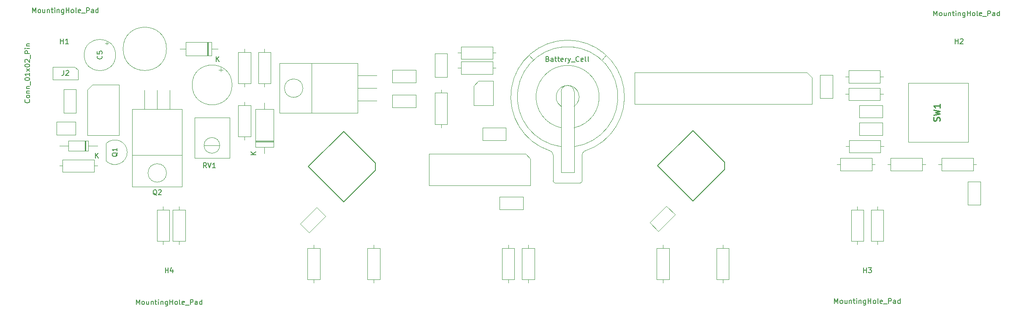
<source format=gbr>
%TF.GenerationSoftware,KiCad,Pcbnew,8.0.4+1*%
%TF.CreationDate,2024-10-13T16:33:14+00:00*%
%TF.ProjectId,nixie,6e697869-652e-46b6-9963-61645f706362,v1.1*%
%TF.SameCoordinates,Original*%
%TF.FileFunction,AssemblyDrawing,Top*%
%FSLAX46Y46*%
G04 Gerber Fmt 4.6, Leading zero omitted, Abs format (unit mm)*
G04 Created by KiCad (PCBNEW 8.0.4+1) date 2024-10-13 16:33:14*
%MOMM*%
%LPD*%
G01*
G04 APERTURE LIST*
%ADD10C,0.150000*%
%ADD11C,0.254000*%
%ADD12C,0.100000*%
G04 APERTURE END LIST*
D10*
X104474761Y-90404819D02*
X104141428Y-89928628D01*
X103903333Y-90404819D02*
X103903333Y-89404819D01*
X103903333Y-89404819D02*
X104284285Y-89404819D01*
X104284285Y-89404819D02*
X104379523Y-89452438D01*
X104379523Y-89452438D02*
X104427142Y-89500057D01*
X104427142Y-89500057D02*
X104474761Y-89595295D01*
X104474761Y-89595295D02*
X104474761Y-89738152D01*
X104474761Y-89738152D02*
X104427142Y-89833390D01*
X104427142Y-89833390D02*
X104379523Y-89881009D01*
X104379523Y-89881009D02*
X104284285Y-89928628D01*
X104284285Y-89928628D02*
X103903333Y-89928628D01*
X104760476Y-89404819D02*
X105093809Y-90404819D01*
X105093809Y-90404819D02*
X105427142Y-89404819D01*
X106284285Y-90404819D02*
X105712857Y-90404819D01*
X105998571Y-90404819D02*
X105998571Y-89404819D01*
X105998571Y-89404819D02*
X105903333Y-89547676D01*
X105903333Y-89547676D02*
X105808095Y-89642914D01*
X105808095Y-89642914D02*
X105712857Y-89690533D01*
X114374819Y-87761904D02*
X113374819Y-87761904D01*
X114374819Y-87190476D02*
X113803390Y-87619047D01*
X113374819Y-87190476D02*
X113946247Y-87761904D01*
X83479580Y-67916666D02*
X83527200Y-67964285D01*
X83527200Y-67964285D02*
X83574819Y-68107142D01*
X83574819Y-68107142D02*
X83574819Y-68202380D01*
X83574819Y-68202380D02*
X83527200Y-68345237D01*
X83527200Y-68345237D02*
X83431961Y-68440475D01*
X83431961Y-68440475D02*
X83336723Y-68488094D01*
X83336723Y-68488094D02*
X83146247Y-68535713D01*
X83146247Y-68535713D02*
X83003390Y-68535713D01*
X83003390Y-68535713D02*
X82812914Y-68488094D01*
X82812914Y-68488094D02*
X82717676Y-68440475D01*
X82717676Y-68440475D02*
X82622438Y-68345237D01*
X82622438Y-68345237D02*
X82574819Y-68202380D01*
X82574819Y-68202380D02*
X82574819Y-68107142D01*
X82574819Y-68107142D02*
X82622438Y-67964285D01*
X82622438Y-67964285D02*
X82670057Y-67916666D01*
X82574819Y-67011904D02*
X82574819Y-67488094D01*
X82574819Y-67488094D02*
X83051009Y-67535713D01*
X83051009Y-67535713D02*
X83003390Y-67488094D01*
X83003390Y-67488094D02*
X82955771Y-67392856D01*
X82955771Y-67392856D02*
X82955771Y-67154761D01*
X82955771Y-67154761D02*
X83003390Y-67059523D01*
X83003390Y-67059523D02*
X83051009Y-67011904D01*
X83051009Y-67011904D02*
X83146247Y-66964285D01*
X83146247Y-66964285D02*
X83384342Y-66964285D01*
X83384342Y-66964285D02*
X83479580Y-67011904D01*
X83479580Y-67011904D02*
X83527200Y-67059523D01*
X83527200Y-67059523D02*
X83574819Y-67154761D01*
X83574819Y-67154761D02*
X83574819Y-67392856D01*
X83574819Y-67392856D02*
X83527200Y-67488094D01*
X83527200Y-67488094D02*
X83479580Y-67535713D01*
X172895236Y-68531009D02*
X173038093Y-68578628D01*
X173038093Y-68578628D02*
X173085712Y-68626247D01*
X173085712Y-68626247D02*
X173133331Y-68721485D01*
X173133331Y-68721485D02*
X173133331Y-68864342D01*
X173133331Y-68864342D02*
X173085712Y-68959580D01*
X173085712Y-68959580D02*
X173038093Y-69007200D01*
X173038093Y-69007200D02*
X172942855Y-69054819D01*
X172942855Y-69054819D02*
X172561903Y-69054819D01*
X172561903Y-69054819D02*
X172561903Y-68054819D01*
X172561903Y-68054819D02*
X172895236Y-68054819D01*
X172895236Y-68054819D02*
X172990474Y-68102438D01*
X172990474Y-68102438D02*
X173038093Y-68150057D01*
X173038093Y-68150057D02*
X173085712Y-68245295D01*
X173085712Y-68245295D02*
X173085712Y-68340533D01*
X173085712Y-68340533D02*
X173038093Y-68435771D01*
X173038093Y-68435771D02*
X172990474Y-68483390D01*
X172990474Y-68483390D02*
X172895236Y-68531009D01*
X172895236Y-68531009D02*
X172561903Y-68531009D01*
X173990474Y-69054819D02*
X173990474Y-68531009D01*
X173990474Y-68531009D02*
X173942855Y-68435771D01*
X173942855Y-68435771D02*
X173847617Y-68388152D01*
X173847617Y-68388152D02*
X173657141Y-68388152D01*
X173657141Y-68388152D02*
X173561903Y-68435771D01*
X173990474Y-69007200D02*
X173895236Y-69054819D01*
X173895236Y-69054819D02*
X173657141Y-69054819D01*
X173657141Y-69054819D02*
X173561903Y-69007200D01*
X173561903Y-69007200D02*
X173514284Y-68911961D01*
X173514284Y-68911961D02*
X173514284Y-68816723D01*
X173514284Y-68816723D02*
X173561903Y-68721485D01*
X173561903Y-68721485D02*
X173657141Y-68673866D01*
X173657141Y-68673866D02*
X173895236Y-68673866D01*
X173895236Y-68673866D02*
X173990474Y-68626247D01*
X174323808Y-68388152D02*
X174704760Y-68388152D01*
X174466665Y-68054819D02*
X174466665Y-68911961D01*
X174466665Y-68911961D02*
X174514284Y-69007200D01*
X174514284Y-69007200D02*
X174609522Y-69054819D01*
X174609522Y-69054819D02*
X174704760Y-69054819D01*
X174895237Y-68388152D02*
X175276189Y-68388152D01*
X175038094Y-68054819D02*
X175038094Y-68911961D01*
X175038094Y-68911961D02*
X175085713Y-69007200D01*
X175085713Y-69007200D02*
X175180951Y-69054819D01*
X175180951Y-69054819D02*
X175276189Y-69054819D01*
X175990475Y-69007200D02*
X175895237Y-69054819D01*
X175895237Y-69054819D02*
X175704761Y-69054819D01*
X175704761Y-69054819D02*
X175609523Y-69007200D01*
X175609523Y-69007200D02*
X175561904Y-68911961D01*
X175561904Y-68911961D02*
X175561904Y-68531009D01*
X175561904Y-68531009D02*
X175609523Y-68435771D01*
X175609523Y-68435771D02*
X175704761Y-68388152D01*
X175704761Y-68388152D02*
X175895237Y-68388152D01*
X175895237Y-68388152D02*
X175990475Y-68435771D01*
X175990475Y-68435771D02*
X176038094Y-68531009D01*
X176038094Y-68531009D02*
X176038094Y-68626247D01*
X176038094Y-68626247D02*
X175561904Y-68721485D01*
X176466666Y-69054819D02*
X176466666Y-68388152D01*
X176466666Y-68578628D02*
X176514285Y-68483390D01*
X176514285Y-68483390D02*
X176561904Y-68435771D01*
X176561904Y-68435771D02*
X176657142Y-68388152D01*
X176657142Y-68388152D02*
X176752380Y-68388152D01*
X176990476Y-68388152D02*
X177228571Y-69054819D01*
X177466666Y-68388152D02*
X177228571Y-69054819D01*
X177228571Y-69054819D02*
X177133333Y-69292914D01*
X177133333Y-69292914D02*
X177085714Y-69340533D01*
X177085714Y-69340533D02*
X176990476Y-69388152D01*
X177609524Y-69150057D02*
X178371428Y-69150057D01*
X179180952Y-68959580D02*
X179133333Y-69007200D01*
X179133333Y-69007200D02*
X178990476Y-69054819D01*
X178990476Y-69054819D02*
X178895238Y-69054819D01*
X178895238Y-69054819D02*
X178752381Y-69007200D01*
X178752381Y-69007200D02*
X178657143Y-68911961D01*
X178657143Y-68911961D02*
X178609524Y-68816723D01*
X178609524Y-68816723D02*
X178561905Y-68626247D01*
X178561905Y-68626247D02*
X178561905Y-68483390D01*
X178561905Y-68483390D02*
X178609524Y-68292914D01*
X178609524Y-68292914D02*
X178657143Y-68197676D01*
X178657143Y-68197676D02*
X178752381Y-68102438D01*
X178752381Y-68102438D02*
X178895238Y-68054819D01*
X178895238Y-68054819D02*
X178990476Y-68054819D01*
X178990476Y-68054819D02*
X179133333Y-68102438D01*
X179133333Y-68102438D02*
X179180952Y-68150057D01*
X179990476Y-69007200D02*
X179895238Y-69054819D01*
X179895238Y-69054819D02*
X179704762Y-69054819D01*
X179704762Y-69054819D02*
X179609524Y-69007200D01*
X179609524Y-69007200D02*
X179561905Y-68911961D01*
X179561905Y-68911961D02*
X179561905Y-68531009D01*
X179561905Y-68531009D02*
X179609524Y-68435771D01*
X179609524Y-68435771D02*
X179704762Y-68388152D01*
X179704762Y-68388152D02*
X179895238Y-68388152D01*
X179895238Y-68388152D02*
X179990476Y-68435771D01*
X179990476Y-68435771D02*
X180038095Y-68531009D01*
X180038095Y-68531009D02*
X180038095Y-68626247D01*
X180038095Y-68626247D02*
X179561905Y-68721485D01*
X180609524Y-69054819D02*
X180514286Y-69007200D01*
X180514286Y-69007200D02*
X180466667Y-68911961D01*
X180466667Y-68911961D02*
X180466667Y-68054819D01*
X181133334Y-69054819D02*
X181038096Y-69007200D01*
X181038096Y-69007200D02*
X180990477Y-68911961D01*
X180990477Y-68911961D02*
X180990477Y-68054819D01*
X86670057Y-87365238D02*
X86622438Y-87460476D01*
X86622438Y-87460476D02*
X86527200Y-87555714D01*
X86527200Y-87555714D02*
X86384342Y-87698571D01*
X86384342Y-87698571D02*
X86336723Y-87793809D01*
X86336723Y-87793809D02*
X86336723Y-87889047D01*
X86574819Y-87841428D02*
X86527200Y-87936666D01*
X86527200Y-87936666D02*
X86431961Y-88031904D01*
X86431961Y-88031904D02*
X86241485Y-88079523D01*
X86241485Y-88079523D02*
X85908152Y-88079523D01*
X85908152Y-88079523D02*
X85717676Y-88031904D01*
X85717676Y-88031904D02*
X85622438Y-87936666D01*
X85622438Y-87936666D02*
X85574819Y-87841428D01*
X85574819Y-87841428D02*
X85574819Y-87650952D01*
X85574819Y-87650952D02*
X85622438Y-87555714D01*
X85622438Y-87555714D02*
X85717676Y-87460476D01*
X85717676Y-87460476D02*
X85908152Y-87412857D01*
X85908152Y-87412857D02*
X86241485Y-87412857D01*
X86241485Y-87412857D02*
X86431961Y-87460476D01*
X86431961Y-87460476D02*
X86527200Y-87555714D01*
X86527200Y-87555714D02*
X86574819Y-87650952D01*
X86574819Y-87650952D02*
X86574819Y-87841428D01*
X86574819Y-86460476D02*
X86574819Y-87031904D01*
X86574819Y-86746190D02*
X85574819Y-86746190D01*
X85574819Y-86746190D02*
X85717676Y-86841428D01*
X85717676Y-86841428D02*
X85812914Y-86936666D01*
X85812914Y-86936666D02*
X85860533Y-87031904D01*
X90428571Y-117854819D02*
X90428571Y-116854819D01*
X90428571Y-116854819D02*
X90761904Y-117569104D01*
X90761904Y-117569104D02*
X91095237Y-116854819D01*
X91095237Y-116854819D02*
X91095237Y-117854819D01*
X91714285Y-117854819D02*
X91619047Y-117807200D01*
X91619047Y-117807200D02*
X91571428Y-117759580D01*
X91571428Y-117759580D02*
X91523809Y-117664342D01*
X91523809Y-117664342D02*
X91523809Y-117378628D01*
X91523809Y-117378628D02*
X91571428Y-117283390D01*
X91571428Y-117283390D02*
X91619047Y-117235771D01*
X91619047Y-117235771D02*
X91714285Y-117188152D01*
X91714285Y-117188152D02*
X91857142Y-117188152D01*
X91857142Y-117188152D02*
X91952380Y-117235771D01*
X91952380Y-117235771D02*
X91999999Y-117283390D01*
X91999999Y-117283390D02*
X92047618Y-117378628D01*
X92047618Y-117378628D02*
X92047618Y-117664342D01*
X92047618Y-117664342D02*
X91999999Y-117759580D01*
X91999999Y-117759580D02*
X91952380Y-117807200D01*
X91952380Y-117807200D02*
X91857142Y-117854819D01*
X91857142Y-117854819D02*
X91714285Y-117854819D01*
X92904761Y-117188152D02*
X92904761Y-117854819D01*
X92476190Y-117188152D02*
X92476190Y-117711961D01*
X92476190Y-117711961D02*
X92523809Y-117807200D01*
X92523809Y-117807200D02*
X92619047Y-117854819D01*
X92619047Y-117854819D02*
X92761904Y-117854819D01*
X92761904Y-117854819D02*
X92857142Y-117807200D01*
X92857142Y-117807200D02*
X92904761Y-117759580D01*
X93380952Y-117188152D02*
X93380952Y-117854819D01*
X93380952Y-117283390D02*
X93428571Y-117235771D01*
X93428571Y-117235771D02*
X93523809Y-117188152D01*
X93523809Y-117188152D02*
X93666666Y-117188152D01*
X93666666Y-117188152D02*
X93761904Y-117235771D01*
X93761904Y-117235771D02*
X93809523Y-117331009D01*
X93809523Y-117331009D02*
X93809523Y-117854819D01*
X94142857Y-117188152D02*
X94523809Y-117188152D01*
X94285714Y-116854819D02*
X94285714Y-117711961D01*
X94285714Y-117711961D02*
X94333333Y-117807200D01*
X94333333Y-117807200D02*
X94428571Y-117854819D01*
X94428571Y-117854819D02*
X94523809Y-117854819D01*
X94857143Y-117854819D02*
X94857143Y-117188152D01*
X94857143Y-116854819D02*
X94809524Y-116902438D01*
X94809524Y-116902438D02*
X94857143Y-116950057D01*
X94857143Y-116950057D02*
X94904762Y-116902438D01*
X94904762Y-116902438D02*
X94857143Y-116854819D01*
X94857143Y-116854819D02*
X94857143Y-116950057D01*
X95333333Y-117188152D02*
X95333333Y-117854819D01*
X95333333Y-117283390D02*
X95380952Y-117235771D01*
X95380952Y-117235771D02*
X95476190Y-117188152D01*
X95476190Y-117188152D02*
X95619047Y-117188152D01*
X95619047Y-117188152D02*
X95714285Y-117235771D01*
X95714285Y-117235771D02*
X95761904Y-117331009D01*
X95761904Y-117331009D02*
X95761904Y-117854819D01*
X96666666Y-117188152D02*
X96666666Y-117997676D01*
X96666666Y-117997676D02*
X96619047Y-118092914D01*
X96619047Y-118092914D02*
X96571428Y-118140533D01*
X96571428Y-118140533D02*
X96476190Y-118188152D01*
X96476190Y-118188152D02*
X96333333Y-118188152D01*
X96333333Y-118188152D02*
X96238095Y-118140533D01*
X96666666Y-117807200D02*
X96571428Y-117854819D01*
X96571428Y-117854819D02*
X96380952Y-117854819D01*
X96380952Y-117854819D02*
X96285714Y-117807200D01*
X96285714Y-117807200D02*
X96238095Y-117759580D01*
X96238095Y-117759580D02*
X96190476Y-117664342D01*
X96190476Y-117664342D02*
X96190476Y-117378628D01*
X96190476Y-117378628D02*
X96238095Y-117283390D01*
X96238095Y-117283390D02*
X96285714Y-117235771D01*
X96285714Y-117235771D02*
X96380952Y-117188152D01*
X96380952Y-117188152D02*
X96571428Y-117188152D01*
X96571428Y-117188152D02*
X96666666Y-117235771D01*
X97142857Y-117854819D02*
X97142857Y-116854819D01*
X97142857Y-117331009D02*
X97714285Y-117331009D01*
X97714285Y-117854819D02*
X97714285Y-116854819D01*
X98333333Y-117854819D02*
X98238095Y-117807200D01*
X98238095Y-117807200D02*
X98190476Y-117759580D01*
X98190476Y-117759580D02*
X98142857Y-117664342D01*
X98142857Y-117664342D02*
X98142857Y-117378628D01*
X98142857Y-117378628D02*
X98190476Y-117283390D01*
X98190476Y-117283390D02*
X98238095Y-117235771D01*
X98238095Y-117235771D02*
X98333333Y-117188152D01*
X98333333Y-117188152D02*
X98476190Y-117188152D01*
X98476190Y-117188152D02*
X98571428Y-117235771D01*
X98571428Y-117235771D02*
X98619047Y-117283390D01*
X98619047Y-117283390D02*
X98666666Y-117378628D01*
X98666666Y-117378628D02*
X98666666Y-117664342D01*
X98666666Y-117664342D02*
X98619047Y-117759580D01*
X98619047Y-117759580D02*
X98571428Y-117807200D01*
X98571428Y-117807200D02*
X98476190Y-117854819D01*
X98476190Y-117854819D02*
X98333333Y-117854819D01*
X99238095Y-117854819D02*
X99142857Y-117807200D01*
X99142857Y-117807200D02*
X99095238Y-117711961D01*
X99095238Y-117711961D02*
X99095238Y-116854819D01*
X100000000Y-117807200D02*
X99904762Y-117854819D01*
X99904762Y-117854819D02*
X99714286Y-117854819D01*
X99714286Y-117854819D02*
X99619048Y-117807200D01*
X99619048Y-117807200D02*
X99571429Y-117711961D01*
X99571429Y-117711961D02*
X99571429Y-117331009D01*
X99571429Y-117331009D02*
X99619048Y-117235771D01*
X99619048Y-117235771D02*
X99714286Y-117188152D01*
X99714286Y-117188152D02*
X99904762Y-117188152D01*
X99904762Y-117188152D02*
X100000000Y-117235771D01*
X100000000Y-117235771D02*
X100047619Y-117331009D01*
X100047619Y-117331009D02*
X100047619Y-117426247D01*
X100047619Y-117426247D02*
X99571429Y-117521485D01*
X100238096Y-117950057D02*
X101000000Y-117950057D01*
X101238096Y-117854819D02*
X101238096Y-116854819D01*
X101238096Y-116854819D02*
X101619048Y-116854819D01*
X101619048Y-116854819D02*
X101714286Y-116902438D01*
X101714286Y-116902438D02*
X101761905Y-116950057D01*
X101761905Y-116950057D02*
X101809524Y-117045295D01*
X101809524Y-117045295D02*
X101809524Y-117188152D01*
X101809524Y-117188152D02*
X101761905Y-117283390D01*
X101761905Y-117283390D02*
X101714286Y-117331009D01*
X101714286Y-117331009D02*
X101619048Y-117378628D01*
X101619048Y-117378628D02*
X101238096Y-117378628D01*
X102666667Y-117854819D02*
X102666667Y-117331009D01*
X102666667Y-117331009D02*
X102619048Y-117235771D01*
X102619048Y-117235771D02*
X102523810Y-117188152D01*
X102523810Y-117188152D02*
X102333334Y-117188152D01*
X102333334Y-117188152D02*
X102238096Y-117235771D01*
X102666667Y-117807200D02*
X102571429Y-117854819D01*
X102571429Y-117854819D02*
X102333334Y-117854819D01*
X102333334Y-117854819D02*
X102238096Y-117807200D01*
X102238096Y-117807200D02*
X102190477Y-117711961D01*
X102190477Y-117711961D02*
X102190477Y-117616723D01*
X102190477Y-117616723D02*
X102238096Y-117521485D01*
X102238096Y-117521485D02*
X102333334Y-117473866D01*
X102333334Y-117473866D02*
X102571429Y-117473866D01*
X102571429Y-117473866D02*
X102666667Y-117426247D01*
X103571429Y-117854819D02*
X103571429Y-116854819D01*
X103571429Y-117807200D02*
X103476191Y-117854819D01*
X103476191Y-117854819D02*
X103285715Y-117854819D01*
X103285715Y-117854819D02*
X103190477Y-117807200D01*
X103190477Y-117807200D02*
X103142858Y-117759580D01*
X103142858Y-117759580D02*
X103095239Y-117664342D01*
X103095239Y-117664342D02*
X103095239Y-117378628D01*
X103095239Y-117378628D02*
X103142858Y-117283390D01*
X103142858Y-117283390D02*
X103190477Y-117235771D01*
X103190477Y-117235771D02*
X103285715Y-117188152D01*
X103285715Y-117188152D02*
X103476191Y-117188152D01*
X103476191Y-117188152D02*
X103571429Y-117235771D01*
X96238095Y-111454819D02*
X96238095Y-110454819D01*
X96238095Y-110931009D02*
X96809523Y-110931009D01*
X96809523Y-111454819D02*
X96809523Y-110454819D01*
X97714285Y-110788152D02*
X97714285Y-111454819D01*
X97476190Y-110407200D02*
X97238095Y-111121485D01*
X97238095Y-111121485D02*
X97857142Y-111121485D01*
X94524761Y-95900057D02*
X94429523Y-95852438D01*
X94429523Y-95852438D02*
X94334285Y-95757200D01*
X94334285Y-95757200D02*
X94191428Y-95614342D01*
X94191428Y-95614342D02*
X94096190Y-95566723D01*
X94096190Y-95566723D02*
X94000952Y-95566723D01*
X94048571Y-95804819D02*
X93953333Y-95757200D01*
X93953333Y-95757200D02*
X93858095Y-95661961D01*
X93858095Y-95661961D02*
X93810476Y-95471485D01*
X93810476Y-95471485D02*
X93810476Y-95138152D01*
X93810476Y-95138152D02*
X93858095Y-94947676D01*
X93858095Y-94947676D02*
X93953333Y-94852438D01*
X93953333Y-94852438D02*
X94048571Y-94804819D01*
X94048571Y-94804819D02*
X94239047Y-94804819D01*
X94239047Y-94804819D02*
X94334285Y-94852438D01*
X94334285Y-94852438D02*
X94429523Y-94947676D01*
X94429523Y-94947676D02*
X94477142Y-95138152D01*
X94477142Y-95138152D02*
X94477142Y-95471485D01*
X94477142Y-95471485D02*
X94429523Y-95661961D01*
X94429523Y-95661961D02*
X94334285Y-95757200D01*
X94334285Y-95757200D02*
X94239047Y-95804819D01*
X94239047Y-95804819D02*
X94048571Y-95804819D01*
X94858095Y-94900057D02*
X94905714Y-94852438D01*
X94905714Y-94852438D02*
X95000952Y-94804819D01*
X95000952Y-94804819D02*
X95239047Y-94804819D01*
X95239047Y-94804819D02*
X95334285Y-94852438D01*
X95334285Y-94852438D02*
X95381904Y-94900057D01*
X95381904Y-94900057D02*
X95429523Y-94995295D01*
X95429523Y-94995295D02*
X95429523Y-95090533D01*
X95429523Y-95090533D02*
X95381904Y-95233390D01*
X95381904Y-95233390D02*
X94810476Y-95804819D01*
X94810476Y-95804819D02*
X95429523Y-95804819D01*
X250328571Y-59854819D02*
X250328571Y-58854819D01*
X250328571Y-58854819D02*
X250661904Y-59569104D01*
X250661904Y-59569104D02*
X250995237Y-58854819D01*
X250995237Y-58854819D02*
X250995237Y-59854819D01*
X251614285Y-59854819D02*
X251519047Y-59807200D01*
X251519047Y-59807200D02*
X251471428Y-59759580D01*
X251471428Y-59759580D02*
X251423809Y-59664342D01*
X251423809Y-59664342D02*
X251423809Y-59378628D01*
X251423809Y-59378628D02*
X251471428Y-59283390D01*
X251471428Y-59283390D02*
X251519047Y-59235771D01*
X251519047Y-59235771D02*
X251614285Y-59188152D01*
X251614285Y-59188152D02*
X251757142Y-59188152D01*
X251757142Y-59188152D02*
X251852380Y-59235771D01*
X251852380Y-59235771D02*
X251899999Y-59283390D01*
X251899999Y-59283390D02*
X251947618Y-59378628D01*
X251947618Y-59378628D02*
X251947618Y-59664342D01*
X251947618Y-59664342D02*
X251899999Y-59759580D01*
X251899999Y-59759580D02*
X251852380Y-59807200D01*
X251852380Y-59807200D02*
X251757142Y-59854819D01*
X251757142Y-59854819D02*
X251614285Y-59854819D01*
X252804761Y-59188152D02*
X252804761Y-59854819D01*
X252376190Y-59188152D02*
X252376190Y-59711961D01*
X252376190Y-59711961D02*
X252423809Y-59807200D01*
X252423809Y-59807200D02*
X252519047Y-59854819D01*
X252519047Y-59854819D02*
X252661904Y-59854819D01*
X252661904Y-59854819D02*
X252757142Y-59807200D01*
X252757142Y-59807200D02*
X252804761Y-59759580D01*
X253280952Y-59188152D02*
X253280952Y-59854819D01*
X253280952Y-59283390D02*
X253328571Y-59235771D01*
X253328571Y-59235771D02*
X253423809Y-59188152D01*
X253423809Y-59188152D02*
X253566666Y-59188152D01*
X253566666Y-59188152D02*
X253661904Y-59235771D01*
X253661904Y-59235771D02*
X253709523Y-59331009D01*
X253709523Y-59331009D02*
X253709523Y-59854819D01*
X254042857Y-59188152D02*
X254423809Y-59188152D01*
X254185714Y-58854819D02*
X254185714Y-59711961D01*
X254185714Y-59711961D02*
X254233333Y-59807200D01*
X254233333Y-59807200D02*
X254328571Y-59854819D01*
X254328571Y-59854819D02*
X254423809Y-59854819D01*
X254757143Y-59854819D02*
X254757143Y-59188152D01*
X254757143Y-58854819D02*
X254709524Y-58902438D01*
X254709524Y-58902438D02*
X254757143Y-58950057D01*
X254757143Y-58950057D02*
X254804762Y-58902438D01*
X254804762Y-58902438D02*
X254757143Y-58854819D01*
X254757143Y-58854819D02*
X254757143Y-58950057D01*
X255233333Y-59188152D02*
X255233333Y-59854819D01*
X255233333Y-59283390D02*
X255280952Y-59235771D01*
X255280952Y-59235771D02*
X255376190Y-59188152D01*
X255376190Y-59188152D02*
X255519047Y-59188152D01*
X255519047Y-59188152D02*
X255614285Y-59235771D01*
X255614285Y-59235771D02*
X255661904Y-59331009D01*
X255661904Y-59331009D02*
X255661904Y-59854819D01*
X256566666Y-59188152D02*
X256566666Y-59997676D01*
X256566666Y-59997676D02*
X256519047Y-60092914D01*
X256519047Y-60092914D02*
X256471428Y-60140533D01*
X256471428Y-60140533D02*
X256376190Y-60188152D01*
X256376190Y-60188152D02*
X256233333Y-60188152D01*
X256233333Y-60188152D02*
X256138095Y-60140533D01*
X256566666Y-59807200D02*
X256471428Y-59854819D01*
X256471428Y-59854819D02*
X256280952Y-59854819D01*
X256280952Y-59854819D02*
X256185714Y-59807200D01*
X256185714Y-59807200D02*
X256138095Y-59759580D01*
X256138095Y-59759580D02*
X256090476Y-59664342D01*
X256090476Y-59664342D02*
X256090476Y-59378628D01*
X256090476Y-59378628D02*
X256138095Y-59283390D01*
X256138095Y-59283390D02*
X256185714Y-59235771D01*
X256185714Y-59235771D02*
X256280952Y-59188152D01*
X256280952Y-59188152D02*
X256471428Y-59188152D01*
X256471428Y-59188152D02*
X256566666Y-59235771D01*
X257042857Y-59854819D02*
X257042857Y-58854819D01*
X257042857Y-59331009D02*
X257614285Y-59331009D01*
X257614285Y-59854819D02*
X257614285Y-58854819D01*
X258233333Y-59854819D02*
X258138095Y-59807200D01*
X258138095Y-59807200D02*
X258090476Y-59759580D01*
X258090476Y-59759580D02*
X258042857Y-59664342D01*
X258042857Y-59664342D02*
X258042857Y-59378628D01*
X258042857Y-59378628D02*
X258090476Y-59283390D01*
X258090476Y-59283390D02*
X258138095Y-59235771D01*
X258138095Y-59235771D02*
X258233333Y-59188152D01*
X258233333Y-59188152D02*
X258376190Y-59188152D01*
X258376190Y-59188152D02*
X258471428Y-59235771D01*
X258471428Y-59235771D02*
X258519047Y-59283390D01*
X258519047Y-59283390D02*
X258566666Y-59378628D01*
X258566666Y-59378628D02*
X258566666Y-59664342D01*
X258566666Y-59664342D02*
X258519047Y-59759580D01*
X258519047Y-59759580D02*
X258471428Y-59807200D01*
X258471428Y-59807200D02*
X258376190Y-59854819D01*
X258376190Y-59854819D02*
X258233333Y-59854819D01*
X259138095Y-59854819D02*
X259042857Y-59807200D01*
X259042857Y-59807200D02*
X258995238Y-59711961D01*
X258995238Y-59711961D02*
X258995238Y-58854819D01*
X259900000Y-59807200D02*
X259804762Y-59854819D01*
X259804762Y-59854819D02*
X259614286Y-59854819D01*
X259614286Y-59854819D02*
X259519048Y-59807200D01*
X259519048Y-59807200D02*
X259471429Y-59711961D01*
X259471429Y-59711961D02*
X259471429Y-59331009D01*
X259471429Y-59331009D02*
X259519048Y-59235771D01*
X259519048Y-59235771D02*
X259614286Y-59188152D01*
X259614286Y-59188152D02*
X259804762Y-59188152D01*
X259804762Y-59188152D02*
X259900000Y-59235771D01*
X259900000Y-59235771D02*
X259947619Y-59331009D01*
X259947619Y-59331009D02*
X259947619Y-59426247D01*
X259947619Y-59426247D02*
X259471429Y-59521485D01*
X260138096Y-59950057D02*
X260900000Y-59950057D01*
X261138096Y-59854819D02*
X261138096Y-58854819D01*
X261138096Y-58854819D02*
X261519048Y-58854819D01*
X261519048Y-58854819D02*
X261614286Y-58902438D01*
X261614286Y-58902438D02*
X261661905Y-58950057D01*
X261661905Y-58950057D02*
X261709524Y-59045295D01*
X261709524Y-59045295D02*
X261709524Y-59188152D01*
X261709524Y-59188152D02*
X261661905Y-59283390D01*
X261661905Y-59283390D02*
X261614286Y-59331009D01*
X261614286Y-59331009D02*
X261519048Y-59378628D01*
X261519048Y-59378628D02*
X261138096Y-59378628D01*
X262566667Y-59854819D02*
X262566667Y-59331009D01*
X262566667Y-59331009D02*
X262519048Y-59235771D01*
X262519048Y-59235771D02*
X262423810Y-59188152D01*
X262423810Y-59188152D02*
X262233334Y-59188152D01*
X262233334Y-59188152D02*
X262138096Y-59235771D01*
X262566667Y-59807200D02*
X262471429Y-59854819D01*
X262471429Y-59854819D02*
X262233334Y-59854819D01*
X262233334Y-59854819D02*
X262138096Y-59807200D01*
X262138096Y-59807200D02*
X262090477Y-59711961D01*
X262090477Y-59711961D02*
X262090477Y-59616723D01*
X262090477Y-59616723D02*
X262138096Y-59521485D01*
X262138096Y-59521485D02*
X262233334Y-59473866D01*
X262233334Y-59473866D02*
X262471429Y-59473866D01*
X262471429Y-59473866D02*
X262566667Y-59426247D01*
X263471429Y-59854819D02*
X263471429Y-58854819D01*
X263471429Y-59807200D02*
X263376191Y-59854819D01*
X263376191Y-59854819D02*
X263185715Y-59854819D01*
X263185715Y-59854819D02*
X263090477Y-59807200D01*
X263090477Y-59807200D02*
X263042858Y-59759580D01*
X263042858Y-59759580D02*
X262995239Y-59664342D01*
X262995239Y-59664342D02*
X262995239Y-59378628D01*
X262995239Y-59378628D02*
X263042858Y-59283390D01*
X263042858Y-59283390D02*
X263090477Y-59235771D01*
X263090477Y-59235771D02*
X263185715Y-59188152D01*
X263185715Y-59188152D02*
X263376191Y-59188152D01*
X263376191Y-59188152D02*
X263471429Y-59235771D01*
X254618095Y-65454819D02*
X254618095Y-64454819D01*
X254618095Y-64931009D02*
X255189523Y-64931009D01*
X255189523Y-65454819D02*
X255189523Y-64454819D01*
X255618095Y-64550057D02*
X255665714Y-64502438D01*
X255665714Y-64502438D02*
X255760952Y-64454819D01*
X255760952Y-64454819D02*
X255999047Y-64454819D01*
X255999047Y-64454819D02*
X256094285Y-64502438D01*
X256094285Y-64502438D02*
X256141904Y-64550057D01*
X256141904Y-64550057D02*
X256189523Y-64645295D01*
X256189523Y-64645295D02*
X256189523Y-64740533D01*
X256189523Y-64740533D02*
X256141904Y-64883390D01*
X256141904Y-64883390D02*
X255570476Y-65454819D01*
X255570476Y-65454819D02*
X256189523Y-65454819D01*
X230428571Y-117654819D02*
X230428571Y-116654819D01*
X230428571Y-116654819D02*
X230761904Y-117369104D01*
X230761904Y-117369104D02*
X231095237Y-116654819D01*
X231095237Y-116654819D02*
X231095237Y-117654819D01*
X231714285Y-117654819D02*
X231619047Y-117607200D01*
X231619047Y-117607200D02*
X231571428Y-117559580D01*
X231571428Y-117559580D02*
X231523809Y-117464342D01*
X231523809Y-117464342D02*
X231523809Y-117178628D01*
X231523809Y-117178628D02*
X231571428Y-117083390D01*
X231571428Y-117083390D02*
X231619047Y-117035771D01*
X231619047Y-117035771D02*
X231714285Y-116988152D01*
X231714285Y-116988152D02*
X231857142Y-116988152D01*
X231857142Y-116988152D02*
X231952380Y-117035771D01*
X231952380Y-117035771D02*
X231999999Y-117083390D01*
X231999999Y-117083390D02*
X232047618Y-117178628D01*
X232047618Y-117178628D02*
X232047618Y-117464342D01*
X232047618Y-117464342D02*
X231999999Y-117559580D01*
X231999999Y-117559580D02*
X231952380Y-117607200D01*
X231952380Y-117607200D02*
X231857142Y-117654819D01*
X231857142Y-117654819D02*
X231714285Y-117654819D01*
X232904761Y-116988152D02*
X232904761Y-117654819D01*
X232476190Y-116988152D02*
X232476190Y-117511961D01*
X232476190Y-117511961D02*
X232523809Y-117607200D01*
X232523809Y-117607200D02*
X232619047Y-117654819D01*
X232619047Y-117654819D02*
X232761904Y-117654819D01*
X232761904Y-117654819D02*
X232857142Y-117607200D01*
X232857142Y-117607200D02*
X232904761Y-117559580D01*
X233380952Y-116988152D02*
X233380952Y-117654819D01*
X233380952Y-117083390D02*
X233428571Y-117035771D01*
X233428571Y-117035771D02*
X233523809Y-116988152D01*
X233523809Y-116988152D02*
X233666666Y-116988152D01*
X233666666Y-116988152D02*
X233761904Y-117035771D01*
X233761904Y-117035771D02*
X233809523Y-117131009D01*
X233809523Y-117131009D02*
X233809523Y-117654819D01*
X234142857Y-116988152D02*
X234523809Y-116988152D01*
X234285714Y-116654819D02*
X234285714Y-117511961D01*
X234285714Y-117511961D02*
X234333333Y-117607200D01*
X234333333Y-117607200D02*
X234428571Y-117654819D01*
X234428571Y-117654819D02*
X234523809Y-117654819D01*
X234857143Y-117654819D02*
X234857143Y-116988152D01*
X234857143Y-116654819D02*
X234809524Y-116702438D01*
X234809524Y-116702438D02*
X234857143Y-116750057D01*
X234857143Y-116750057D02*
X234904762Y-116702438D01*
X234904762Y-116702438D02*
X234857143Y-116654819D01*
X234857143Y-116654819D02*
X234857143Y-116750057D01*
X235333333Y-116988152D02*
X235333333Y-117654819D01*
X235333333Y-117083390D02*
X235380952Y-117035771D01*
X235380952Y-117035771D02*
X235476190Y-116988152D01*
X235476190Y-116988152D02*
X235619047Y-116988152D01*
X235619047Y-116988152D02*
X235714285Y-117035771D01*
X235714285Y-117035771D02*
X235761904Y-117131009D01*
X235761904Y-117131009D02*
X235761904Y-117654819D01*
X236666666Y-116988152D02*
X236666666Y-117797676D01*
X236666666Y-117797676D02*
X236619047Y-117892914D01*
X236619047Y-117892914D02*
X236571428Y-117940533D01*
X236571428Y-117940533D02*
X236476190Y-117988152D01*
X236476190Y-117988152D02*
X236333333Y-117988152D01*
X236333333Y-117988152D02*
X236238095Y-117940533D01*
X236666666Y-117607200D02*
X236571428Y-117654819D01*
X236571428Y-117654819D02*
X236380952Y-117654819D01*
X236380952Y-117654819D02*
X236285714Y-117607200D01*
X236285714Y-117607200D02*
X236238095Y-117559580D01*
X236238095Y-117559580D02*
X236190476Y-117464342D01*
X236190476Y-117464342D02*
X236190476Y-117178628D01*
X236190476Y-117178628D02*
X236238095Y-117083390D01*
X236238095Y-117083390D02*
X236285714Y-117035771D01*
X236285714Y-117035771D02*
X236380952Y-116988152D01*
X236380952Y-116988152D02*
X236571428Y-116988152D01*
X236571428Y-116988152D02*
X236666666Y-117035771D01*
X237142857Y-117654819D02*
X237142857Y-116654819D01*
X237142857Y-117131009D02*
X237714285Y-117131009D01*
X237714285Y-117654819D02*
X237714285Y-116654819D01*
X238333333Y-117654819D02*
X238238095Y-117607200D01*
X238238095Y-117607200D02*
X238190476Y-117559580D01*
X238190476Y-117559580D02*
X238142857Y-117464342D01*
X238142857Y-117464342D02*
X238142857Y-117178628D01*
X238142857Y-117178628D02*
X238190476Y-117083390D01*
X238190476Y-117083390D02*
X238238095Y-117035771D01*
X238238095Y-117035771D02*
X238333333Y-116988152D01*
X238333333Y-116988152D02*
X238476190Y-116988152D01*
X238476190Y-116988152D02*
X238571428Y-117035771D01*
X238571428Y-117035771D02*
X238619047Y-117083390D01*
X238619047Y-117083390D02*
X238666666Y-117178628D01*
X238666666Y-117178628D02*
X238666666Y-117464342D01*
X238666666Y-117464342D02*
X238619047Y-117559580D01*
X238619047Y-117559580D02*
X238571428Y-117607200D01*
X238571428Y-117607200D02*
X238476190Y-117654819D01*
X238476190Y-117654819D02*
X238333333Y-117654819D01*
X239238095Y-117654819D02*
X239142857Y-117607200D01*
X239142857Y-117607200D02*
X239095238Y-117511961D01*
X239095238Y-117511961D02*
X239095238Y-116654819D01*
X240000000Y-117607200D02*
X239904762Y-117654819D01*
X239904762Y-117654819D02*
X239714286Y-117654819D01*
X239714286Y-117654819D02*
X239619048Y-117607200D01*
X239619048Y-117607200D02*
X239571429Y-117511961D01*
X239571429Y-117511961D02*
X239571429Y-117131009D01*
X239571429Y-117131009D02*
X239619048Y-117035771D01*
X239619048Y-117035771D02*
X239714286Y-116988152D01*
X239714286Y-116988152D02*
X239904762Y-116988152D01*
X239904762Y-116988152D02*
X240000000Y-117035771D01*
X240000000Y-117035771D02*
X240047619Y-117131009D01*
X240047619Y-117131009D02*
X240047619Y-117226247D01*
X240047619Y-117226247D02*
X239571429Y-117321485D01*
X240238096Y-117750057D02*
X241000000Y-117750057D01*
X241238096Y-117654819D02*
X241238096Y-116654819D01*
X241238096Y-116654819D02*
X241619048Y-116654819D01*
X241619048Y-116654819D02*
X241714286Y-116702438D01*
X241714286Y-116702438D02*
X241761905Y-116750057D01*
X241761905Y-116750057D02*
X241809524Y-116845295D01*
X241809524Y-116845295D02*
X241809524Y-116988152D01*
X241809524Y-116988152D02*
X241761905Y-117083390D01*
X241761905Y-117083390D02*
X241714286Y-117131009D01*
X241714286Y-117131009D02*
X241619048Y-117178628D01*
X241619048Y-117178628D02*
X241238096Y-117178628D01*
X242666667Y-117654819D02*
X242666667Y-117131009D01*
X242666667Y-117131009D02*
X242619048Y-117035771D01*
X242619048Y-117035771D02*
X242523810Y-116988152D01*
X242523810Y-116988152D02*
X242333334Y-116988152D01*
X242333334Y-116988152D02*
X242238096Y-117035771D01*
X242666667Y-117607200D02*
X242571429Y-117654819D01*
X242571429Y-117654819D02*
X242333334Y-117654819D01*
X242333334Y-117654819D02*
X242238096Y-117607200D01*
X242238096Y-117607200D02*
X242190477Y-117511961D01*
X242190477Y-117511961D02*
X242190477Y-117416723D01*
X242190477Y-117416723D02*
X242238096Y-117321485D01*
X242238096Y-117321485D02*
X242333334Y-117273866D01*
X242333334Y-117273866D02*
X242571429Y-117273866D01*
X242571429Y-117273866D02*
X242666667Y-117226247D01*
X243571429Y-117654819D02*
X243571429Y-116654819D01*
X243571429Y-117607200D02*
X243476191Y-117654819D01*
X243476191Y-117654819D02*
X243285715Y-117654819D01*
X243285715Y-117654819D02*
X243190477Y-117607200D01*
X243190477Y-117607200D02*
X243142858Y-117559580D01*
X243142858Y-117559580D02*
X243095239Y-117464342D01*
X243095239Y-117464342D02*
X243095239Y-117178628D01*
X243095239Y-117178628D02*
X243142858Y-117083390D01*
X243142858Y-117083390D02*
X243190477Y-117035771D01*
X243190477Y-117035771D02*
X243285715Y-116988152D01*
X243285715Y-116988152D02*
X243476191Y-116988152D01*
X243476191Y-116988152D02*
X243571429Y-117035771D01*
X236238095Y-111454819D02*
X236238095Y-110454819D01*
X236238095Y-110931009D02*
X236809523Y-110931009D01*
X236809523Y-111454819D02*
X236809523Y-110454819D01*
X237190476Y-110454819D02*
X237809523Y-110454819D01*
X237809523Y-110454819D02*
X237476190Y-110835771D01*
X237476190Y-110835771D02*
X237619047Y-110835771D01*
X237619047Y-110835771D02*
X237714285Y-110883390D01*
X237714285Y-110883390D02*
X237761904Y-110931009D01*
X237761904Y-110931009D02*
X237809523Y-111026247D01*
X237809523Y-111026247D02*
X237809523Y-111264342D01*
X237809523Y-111264342D02*
X237761904Y-111359580D01*
X237761904Y-111359580D02*
X237714285Y-111407200D01*
X237714285Y-111407200D02*
X237619047Y-111454819D01*
X237619047Y-111454819D02*
X237333333Y-111454819D01*
X237333333Y-111454819D02*
X237238095Y-111407200D01*
X237238095Y-111407200D02*
X237190476Y-111359580D01*
X69628571Y-59254819D02*
X69628571Y-58254819D01*
X69628571Y-58254819D02*
X69961904Y-58969104D01*
X69961904Y-58969104D02*
X70295237Y-58254819D01*
X70295237Y-58254819D02*
X70295237Y-59254819D01*
X70914285Y-59254819D02*
X70819047Y-59207200D01*
X70819047Y-59207200D02*
X70771428Y-59159580D01*
X70771428Y-59159580D02*
X70723809Y-59064342D01*
X70723809Y-59064342D02*
X70723809Y-58778628D01*
X70723809Y-58778628D02*
X70771428Y-58683390D01*
X70771428Y-58683390D02*
X70819047Y-58635771D01*
X70819047Y-58635771D02*
X70914285Y-58588152D01*
X70914285Y-58588152D02*
X71057142Y-58588152D01*
X71057142Y-58588152D02*
X71152380Y-58635771D01*
X71152380Y-58635771D02*
X71199999Y-58683390D01*
X71199999Y-58683390D02*
X71247618Y-58778628D01*
X71247618Y-58778628D02*
X71247618Y-59064342D01*
X71247618Y-59064342D02*
X71199999Y-59159580D01*
X71199999Y-59159580D02*
X71152380Y-59207200D01*
X71152380Y-59207200D02*
X71057142Y-59254819D01*
X71057142Y-59254819D02*
X70914285Y-59254819D01*
X72104761Y-58588152D02*
X72104761Y-59254819D01*
X71676190Y-58588152D02*
X71676190Y-59111961D01*
X71676190Y-59111961D02*
X71723809Y-59207200D01*
X71723809Y-59207200D02*
X71819047Y-59254819D01*
X71819047Y-59254819D02*
X71961904Y-59254819D01*
X71961904Y-59254819D02*
X72057142Y-59207200D01*
X72057142Y-59207200D02*
X72104761Y-59159580D01*
X72580952Y-58588152D02*
X72580952Y-59254819D01*
X72580952Y-58683390D02*
X72628571Y-58635771D01*
X72628571Y-58635771D02*
X72723809Y-58588152D01*
X72723809Y-58588152D02*
X72866666Y-58588152D01*
X72866666Y-58588152D02*
X72961904Y-58635771D01*
X72961904Y-58635771D02*
X73009523Y-58731009D01*
X73009523Y-58731009D02*
X73009523Y-59254819D01*
X73342857Y-58588152D02*
X73723809Y-58588152D01*
X73485714Y-58254819D02*
X73485714Y-59111961D01*
X73485714Y-59111961D02*
X73533333Y-59207200D01*
X73533333Y-59207200D02*
X73628571Y-59254819D01*
X73628571Y-59254819D02*
X73723809Y-59254819D01*
X74057143Y-59254819D02*
X74057143Y-58588152D01*
X74057143Y-58254819D02*
X74009524Y-58302438D01*
X74009524Y-58302438D02*
X74057143Y-58350057D01*
X74057143Y-58350057D02*
X74104762Y-58302438D01*
X74104762Y-58302438D02*
X74057143Y-58254819D01*
X74057143Y-58254819D02*
X74057143Y-58350057D01*
X74533333Y-58588152D02*
X74533333Y-59254819D01*
X74533333Y-58683390D02*
X74580952Y-58635771D01*
X74580952Y-58635771D02*
X74676190Y-58588152D01*
X74676190Y-58588152D02*
X74819047Y-58588152D01*
X74819047Y-58588152D02*
X74914285Y-58635771D01*
X74914285Y-58635771D02*
X74961904Y-58731009D01*
X74961904Y-58731009D02*
X74961904Y-59254819D01*
X75866666Y-58588152D02*
X75866666Y-59397676D01*
X75866666Y-59397676D02*
X75819047Y-59492914D01*
X75819047Y-59492914D02*
X75771428Y-59540533D01*
X75771428Y-59540533D02*
X75676190Y-59588152D01*
X75676190Y-59588152D02*
X75533333Y-59588152D01*
X75533333Y-59588152D02*
X75438095Y-59540533D01*
X75866666Y-59207200D02*
X75771428Y-59254819D01*
X75771428Y-59254819D02*
X75580952Y-59254819D01*
X75580952Y-59254819D02*
X75485714Y-59207200D01*
X75485714Y-59207200D02*
X75438095Y-59159580D01*
X75438095Y-59159580D02*
X75390476Y-59064342D01*
X75390476Y-59064342D02*
X75390476Y-58778628D01*
X75390476Y-58778628D02*
X75438095Y-58683390D01*
X75438095Y-58683390D02*
X75485714Y-58635771D01*
X75485714Y-58635771D02*
X75580952Y-58588152D01*
X75580952Y-58588152D02*
X75771428Y-58588152D01*
X75771428Y-58588152D02*
X75866666Y-58635771D01*
X76342857Y-59254819D02*
X76342857Y-58254819D01*
X76342857Y-58731009D02*
X76914285Y-58731009D01*
X76914285Y-59254819D02*
X76914285Y-58254819D01*
X77533333Y-59254819D02*
X77438095Y-59207200D01*
X77438095Y-59207200D02*
X77390476Y-59159580D01*
X77390476Y-59159580D02*
X77342857Y-59064342D01*
X77342857Y-59064342D02*
X77342857Y-58778628D01*
X77342857Y-58778628D02*
X77390476Y-58683390D01*
X77390476Y-58683390D02*
X77438095Y-58635771D01*
X77438095Y-58635771D02*
X77533333Y-58588152D01*
X77533333Y-58588152D02*
X77676190Y-58588152D01*
X77676190Y-58588152D02*
X77771428Y-58635771D01*
X77771428Y-58635771D02*
X77819047Y-58683390D01*
X77819047Y-58683390D02*
X77866666Y-58778628D01*
X77866666Y-58778628D02*
X77866666Y-59064342D01*
X77866666Y-59064342D02*
X77819047Y-59159580D01*
X77819047Y-59159580D02*
X77771428Y-59207200D01*
X77771428Y-59207200D02*
X77676190Y-59254819D01*
X77676190Y-59254819D02*
X77533333Y-59254819D01*
X78438095Y-59254819D02*
X78342857Y-59207200D01*
X78342857Y-59207200D02*
X78295238Y-59111961D01*
X78295238Y-59111961D02*
X78295238Y-58254819D01*
X79200000Y-59207200D02*
X79104762Y-59254819D01*
X79104762Y-59254819D02*
X78914286Y-59254819D01*
X78914286Y-59254819D02*
X78819048Y-59207200D01*
X78819048Y-59207200D02*
X78771429Y-59111961D01*
X78771429Y-59111961D02*
X78771429Y-58731009D01*
X78771429Y-58731009D02*
X78819048Y-58635771D01*
X78819048Y-58635771D02*
X78914286Y-58588152D01*
X78914286Y-58588152D02*
X79104762Y-58588152D01*
X79104762Y-58588152D02*
X79200000Y-58635771D01*
X79200000Y-58635771D02*
X79247619Y-58731009D01*
X79247619Y-58731009D02*
X79247619Y-58826247D01*
X79247619Y-58826247D02*
X78771429Y-58921485D01*
X79438096Y-59350057D02*
X80200000Y-59350057D01*
X80438096Y-59254819D02*
X80438096Y-58254819D01*
X80438096Y-58254819D02*
X80819048Y-58254819D01*
X80819048Y-58254819D02*
X80914286Y-58302438D01*
X80914286Y-58302438D02*
X80961905Y-58350057D01*
X80961905Y-58350057D02*
X81009524Y-58445295D01*
X81009524Y-58445295D02*
X81009524Y-58588152D01*
X81009524Y-58588152D02*
X80961905Y-58683390D01*
X80961905Y-58683390D02*
X80914286Y-58731009D01*
X80914286Y-58731009D02*
X80819048Y-58778628D01*
X80819048Y-58778628D02*
X80438096Y-58778628D01*
X81866667Y-59254819D02*
X81866667Y-58731009D01*
X81866667Y-58731009D02*
X81819048Y-58635771D01*
X81819048Y-58635771D02*
X81723810Y-58588152D01*
X81723810Y-58588152D02*
X81533334Y-58588152D01*
X81533334Y-58588152D02*
X81438096Y-58635771D01*
X81866667Y-59207200D02*
X81771429Y-59254819D01*
X81771429Y-59254819D02*
X81533334Y-59254819D01*
X81533334Y-59254819D02*
X81438096Y-59207200D01*
X81438096Y-59207200D02*
X81390477Y-59111961D01*
X81390477Y-59111961D02*
X81390477Y-59016723D01*
X81390477Y-59016723D02*
X81438096Y-58921485D01*
X81438096Y-58921485D02*
X81533334Y-58873866D01*
X81533334Y-58873866D02*
X81771429Y-58873866D01*
X81771429Y-58873866D02*
X81866667Y-58826247D01*
X82771429Y-59254819D02*
X82771429Y-58254819D01*
X82771429Y-59207200D02*
X82676191Y-59254819D01*
X82676191Y-59254819D02*
X82485715Y-59254819D01*
X82485715Y-59254819D02*
X82390477Y-59207200D01*
X82390477Y-59207200D02*
X82342858Y-59159580D01*
X82342858Y-59159580D02*
X82295239Y-59064342D01*
X82295239Y-59064342D02*
X82295239Y-58778628D01*
X82295239Y-58778628D02*
X82342858Y-58683390D01*
X82342858Y-58683390D02*
X82390477Y-58635771D01*
X82390477Y-58635771D02*
X82485715Y-58588152D01*
X82485715Y-58588152D02*
X82676191Y-58588152D01*
X82676191Y-58588152D02*
X82771429Y-58635771D01*
X75238095Y-65454819D02*
X75238095Y-64454819D01*
X75238095Y-64931009D02*
X75809523Y-64931009D01*
X75809523Y-65454819D02*
X75809523Y-64454819D01*
X76809523Y-65454819D02*
X76238095Y-65454819D01*
X76523809Y-65454819D02*
X76523809Y-64454819D01*
X76523809Y-64454819D02*
X76428571Y-64597676D01*
X76428571Y-64597676D02*
X76333333Y-64692914D01*
X76333333Y-64692914D02*
X76238095Y-64740533D01*
X106478095Y-69054819D02*
X106478095Y-68054819D01*
X107049523Y-69054819D02*
X106620952Y-68483390D01*
X107049523Y-68054819D02*
X106478095Y-68626247D01*
D11*
X251463842Y-80992333D02*
X251524318Y-80810904D01*
X251524318Y-80810904D02*
X251524318Y-80508523D01*
X251524318Y-80508523D02*
X251463842Y-80387571D01*
X251463842Y-80387571D02*
X251403365Y-80327095D01*
X251403365Y-80327095D02*
X251282413Y-80266618D01*
X251282413Y-80266618D02*
X251161461Y-80266618D01*
X251161461Y-80266618D02*
X251040508Y-80327095D01*
X251040508Y-80327095D02*
X250980032Y-80387571D01*
X250980032Y-80387571D02*
X250919556Y-80508523D01*
X250919556Y-80508523D02*
X250859080Y-80750428D01*
X250859080Y-80750428D02*
X250798603Y-80871380D01*
X250798603Y-80871380D02*
X250738127Y-80931857D01*
X250738127Y-80931857D02*
X250617175Y-80992333D01*
X250617175Y-80992333D02*
X250496222Y-80992333D01*
X250496222Y-80992333D02*
X250375270Y-80931857D01*
X250375270Y-80931857D02*
X250314794Y-80871380D01*
X250314794Y-80871380D02*
X250254318Y-80750428D01*
X250254318Y-80750428D02*
X250254318Y-80448047D01*
X250254318Y-80448047D02*
X250314794Y-80266618D01*
X250254318Y-79843285D02*
X251524318Y-79540904D01*
X251524318Y-79540904D02*
X250617175Y-79298999D01*
X250617175Y-79298999D02*
X251524318Y-79057094D01*
X251524318Y-79057094D02*
X250254318Y-78754714D01*
X251524318Y-77605665D02*
X251524318Y-78331380D01*
X251524318Y-77968523D02*
X250254318Y-77968523D01*
X250254318Y-77968523D02*
X250435746Y-78089475D01*
X250435746Y-78089475D02*
X250556699Y-78210427D01*
X250556699Y-78210427D02*
X250617175Y-78331380D01*
D10*
X68959580Y-76709524D02*
X69007200Y-76757143D01*
X69007200Y-76757143D02*
X69054819Y-76900000D01*
X69054819Y-76900000D02*
X69054819Y-76995238D01*
X69054819Y-76995238D02*
X69007200Y-77138095D01*
X69007200Y-77138095D02*
X68911961Y-77233333D01*
X68911961Y-77233333D02*
X68816723Y-77280952D01*
X68816723Y-77280952D02*
X68626247Y-77328571D01*
X68626247Y-77328571D02*
X68483390Y-77328571D01*
X68483390Y-77328571D02*
X68292914Y-77280952D01*
X68292914Y-77280952D02*
X68197676Y-77233333D01*
X68197676Y-77233333D02*
X68102438Y-77138095D01*
X68102438Y-77138095D02*
X68054819Y-76995238D01*
X68054819Y-76995238D02*
X68054819Y-76900000D01*
X68054819Y-76900000D02*
X68102438Y-76757143D01*
X68102438Y-76757143D02*
X68150057Y-76709524D01*
X69054819Y-76138095D02*
X69007200Y-76233333D01*
X69007200Y-76233333D02*
X68959580Y-76280952D01*
X68959580Y-76280952D02*
X68864342Y-76328571D01*
X68864342Y-76328571D02*
X68578628Y-76328571D01*
X68578628Y-76328571D02*
X68483390Y-76280952D01*
X68483390Y-76280952D02*
X68435771Y-76233333D01*
X68435771Y-76233333D02*
X68388152Y-76138095D01*
X68388152Y-76138095D02*
X68388152Y-75995238D01*
X68388152Y-75995238D02*
X68435771Y-75900000D01*
X68435771Y-75900000D02*
X68483390Y-75852381D01*
X68483390Y-75852381D02*
X68578628Y-75804762D01*
X68578628Y-75804762D02*
X68864342Y-75804762D01*
X68864342Y-75804762D02*
X68959580Y-75852381D01*
X68959580Y-75852381D02*
X69007200Y-75900000D01*
X69007200Y-75900000D02*
X69054819Y-75995238D01*
X69054819Y-75995238D02*
X69054819Y-76138095D01*
X68388152Y-75376190D02*
X69054819Y-75376190D01*
X68483390Y-75376190D02*
X68435771Y-75328571D01*
X68435771Y-75328571D02*
X68388152Y-75233333D01*
X68388152Y-75233333D02*
X68388152Y-75090476D01*
X68388152Y-75090476D02*
X68435771Y-74995238D01*
X68435771Y-74995238D02*
X68531009Y-74947619D01*
X68531009Y-74947619D02*
X69054819Y-74947619D01*
X68388152Y-74471428D02*
X69054819Y-74471428D01*
X68483390Y-74471428D02*
X68435771Y-74423809D01*
X68435771Y-74423809D02*
X68388152Y-74328571D01*
X68388152Y-74328571D02*
X68388152Y-74185714D01*
X68388152Y-74185714D02*
X68435771Y-74090476D01*
X68435771Y-74090476D02*
X68531009Y-74042857D01*
X68531009Y-74042857D02*
X69054819Y-74042857D01*
X69150057Y-73804762D02*
X69150057Y-73042857D01*
X68054819Y-72614285D02*
X68054819Y-72519047D01*
X68054819Y-72519047D02*
X68102438Y-72423809D01*
X68102438Y-72423809D02*
X68150057Y-72376190D01*
X68150057Y-72376190D02*
X68245295Y-72328571D01*
X68245295Y-72328571D02*
X68435771Y-72280952D01*
X68435771Y-72280952D02*
X68673866Y-72280952D01*
X68673866Y-72280952D02*
X68864342Y-72328571D01*
X68864342Y-72328571D02*
X68959580Y-72376190D01*
X68959580Y-72376190D02*
X69007200Y-72423809D01*
X69007200Y-72423809D02*
X69054819Y-72519047D01*
X69054819Y-72519047D02*
X69054819Y-72614285D01*
X69054819Y-72614285D02*
X69007200Y-72709523D01*
X69007200Y-72709523D02*
X68959580Y-72757142D01*
X68959580Y-72757142D02*
X68864342Y-72804761D01*
X68864342Y-72804761D02*
X68673866Y-72852380D01*
X68673866Y-72852380D02*
X68435771Y-72852380D01*
X68435771Y-72852380D02*
X68245295Y-72804761D01*
X68245295Y-72804761D02*
X68150057Y-72757142D01*
X68150057Y-72757142D02*
X68102438Y-72709523D01*
X68102438Y-72709523D02*
X68054819Y-72614285D01*
X69054819Y-71328571D02*
X69054819Y-71899999D01*
X69054819Y-71614285D02*
X68054819Y-71614285D01*
X68054819Y-71614285D02*
X68197676Y-71709523D01*
X68197676Y-71709523D02*
X68292914Y-71804761D01*
X68292914Y-71804761D02*
X68340533Y-71899999D01*
X69054819Y-70995237D02*
X68388152Y-70471428D01*
X68388152Y-70995237D02*
X69054819Y-70471428D01*
X68054819Y-69899999D02*
X68054819Y-69804761D01*
X68054819Y-69804761D02*
X68102438Y-69709523D01*
X68102438Y-69709523D02*
X68150057Y-69661904D01*
X68150057Y-69661904D02*
X68245295Y-69614285D01*
X68245295Y-69614285D02*
X68435771Y-69566666D01*
X68435771Y-69566666D02*
X68673866Y-69566666D01*
X68673866Y-69566666D02*
X68864342Y-69614285D01*
X68864342Y-69614285D02*
X68959580Y-69661904D01*
X68959580Y-69661904D02*
X69007200Y-69709523D01*
X69007200Y-69709523D02*
X69054819Y-69804761D01*
X69054819Y-69804761D02*
X69054819Y-69899999D01*
X69054819Y-69899999D02*
X69007200Y-69995237D01*
X69007200Y-69995237D02*
X68959580Y-70042856D01*
X68959580Y-70042856D02*
X68864342Y-70090475D01*
X68864342Y-70090475D02*
X68673866Y-70138094D01*
X68673866Y-70138094D02*
X68435771Y-70138094D01*
X68435771Y-70138094D02*
X68245295Y-70090475D01*
X68245295Y-70090475D02*
X68150057Y-70042856D01*
X68150057Y-70042856D02*
X68102438Y-69995237D01*
X68102438Y-69995237D02*
X68054819Y-69899999D01*
X68150057Y-69185713D02*
X68102438Y-69138094D01*
X68102438Y-69138094D02*
X68054819Y-69042856D01*
X68054819Y-69042856D02*
X68054819Y-68804761D01*
X68054819Y-68804761D02*
X68102438Y-68709523D01*
X68102438Y-68709523D02*
X68150057Y-68661904D01*
X68150057Y-68661904D02*
X68245295Y-68614285D01*
X68245295Y-68614285D02*
X68340533Y-68614285D01*
X68340533Y-68614285D02*
X68483390Y-68661904D01*
X68483390Y-68661904D02*
X69054819Y-69233332D01*
X69054819Y-69233332D02*
X69054819Y-68614285D01*
X69150057Y-68423809D02*
X69150057Y-67661904D01*
X69054819Y-67423808D02*
X68054819Y-67423808D01*
X68054819Y-67423808D02*
X68054819Y-67042856D01*
X68054819Y-67042856D02*
X68102438Y-66947618D01*
X68102438Y-66947618D02*
X68150057Y-66899999D01*
X68150057Y-66899999D02*
X68245295Y-66852380D01*
X68245295Y-66852380D02*
X68388152Y-66852380D01*
X68388152Y-66852380D02*
X68483390Y-66899999D01*
X68483390Y-66899999D02*
X68531009Y-66947618D01*
X68531009Y-66947618D02*
X68578628Y-67042856D01*
X68578628Y-67042856D02*
X68578628Y-67423808D01*
X69054819Y-66423808D02*
X68388152Y-66423808D01*
X68054819Y-66423808D02*
X68102438Y-66471427D01*
X68102438Y-66471427D02*
X68150057Y-66423808D01*
X68150057Y-66423808D02*
X68102438Y-66376189D01*
X68102438Y-66376189D02*
X68054819Y-66423808D01*
X68054819Y-66423808D02*
X68150057Y-66423808D01*
X68388152Y-65947618D02*
X69054819Y-65947618D01*
X68483390Y-65947618D02*
X68435771Y-65899999D01*
X68435771Y-65899999D02*
X68388152Y-65804761D01*
X68388152Y-65804761D02*
X68388152Y-65661904D01*
X68388152Y-65661904D02*
X68435771Y-65566666D01*
X68435771Y-65566666D02*
X68531009Y-65519047D01*
X68531009Y-65519047D02*
X69054819Y-65519047D01*
X75871665Y-70854819D02*
X75871665Y-71569104D01*
X75871665Y-71569104D02*
X75824046Y-71711961D01*
X75824046Y-71711961D02*
X75728808Y-71807200D01*
X75728808Y-71807200D02*
X75585951Y-71854819D01*
X75585951Y-71854819D02*
X75490713Y-71854819D01*
X76300237Y-70950057D02*
X76347856Y-70902438D01*
X76347856Y-70902438D02*
X76443094Y-70854819D01*
X76443094Y-70854819D02*
X76681189Y-70854819D01*
X76681189Y-70854819D02*
X76776427Y-70902438D01*
X76776427Y-70902438D02*
X76824046Y-70950057D01*
X76824046Y-70950057D02*
X76871665Y-71045295D01*
X76871665Y-71045295D02*
X76871665Y-71140533D01*
X76871665Y-71140533D02*
X76824046Y-71283390D01*
X76824046Y-71283390D02*
X76252618Y-71854819D01*
X76252618Y-71854819D02*
X76871665Y-71854819D01*
X82238095Y-88454819D02*
X82238095Y-87454819D01*
X82809523Y-88454819D02*
X82380952Y-87883390D01*
X82809523Y-87454819D02*
X82238095Y-88026247D01*
D12*
%TO.C,U1*%
X149150000Y-87615000D02*
X168470000Y-87615000D01*
X149150000Y-93965000D02*
X149150000Y-87615000D01*
X168470000Y-87615000D02*
X169470000Y-88615000D01*
X169470000Y-88615000D02*
X169470000Y-93965000D01*
X169470000Y-93965000D02*
X149150000Y-93965000D01*
%TO.C,RV1*%
X102120000Y-80350000D02*
X102120000Y-88450000D01*
X102120000Y-88450000D02*
X109120000Y-88450000D01*
X107140000Y-85891000D02*
X104021000Y-85890000D01*
X107140000Y-85891000D02*
X104021000Y-85890000D01*
X109120000Y-80350000D02*
X102120000Y-80350000D01*
X109120000Y-88450000D02*
X109120000Y-80350000D01*
X107155000Y-85891000D02*
G75*
G02*
X104005000Y-85891000I-1575000J0D01*
G01*
X104005000Y-85891000D02*
G75*
G02*
X107155000Y-85891000I1575000J0D01*
G01*
%TO.C,R4*%
X114870000Y-67160000D02*
X114870000Y-73460000D01*
X114870000Y-73460000D02*
X117370000Y-73460000D01*
X116120000Y-66500000D02*
X116120000Y-67160000D01*
X116120000Y-74120000D02*
X116120000Y-73460000D01*
X117370000Y-67160000D02*
X114870000Y-67160000D01*
X117370000Y-73460000D02*
X117370000Y-67160000D01*
%TO.C,D3*%
X114320000Y-78620000D02*
X114320000Y-86220000D01*
X114320000Y-84980000D02*
X117920000Y-84980000D01*
X114320000Y-85080000D02*
X117920000Y-85080000D01*
X114320000Y-85180000D02*
X117920000Y-85180000D01*
X114320000Y-86220000D02*
X117920000Y-86220000D01*
X116120000Y-77340000D02*
X116120000Y-78620000D01*
X116120000Y-87500000D02*
X116120000Y-86220000D01*
X117920000Y-78620000D02*
X114320000Y-78620000D01*
X117920000Y-86220000D02*
X117920000Y-78620000D01*
%TO.C,C13*%
X235350000Y-81350000D02*
X235350000Y-83850000D01*
X235350000Y-83850000D02*
X240050000Y-83850000D01*
X240050000Y-81350000D02*
X235350000Y-81350000D01*
X240050000Y-83850000D02*
X240050000Y-81350000D01*
%TO.C,C10*%
X193354416Y-101377817D02*
X195122183Y-103145584D01*
X195122183Y-103145584D02*
X198445584Y-99822182D01*
X196677818Y-98054416D02*
X193354416Y-101377817D01*
X198445584Y-99822182D02*
X196677818Y-98054416D01*
%TO.C,R2*%
X110870000Y-67160000D02*
X110870000Y-73460000D01*
X110870000Y-73460000D02*
X113370000Y-73460000D01*
X112120000Y-66500000D02*
X112120000Y-67160000D01*
X112120000Y-74120000D02*
X112120000Y-73460000D01*
X113370000Y-67160000D02*
X110870000Y-67160000D01*
X113370000Y-73460000D02*
X113370000Y-67160000D01*
%TO.C,L1*%
X96470000Y-66500000D02*
G75*
G02*
X87770000Y-66500000I-4350000J0D01*
G01*
X87770000Y-66500000D02*
G75*
G02*
X96470000Y-66500000I4350000J0D01*
G01*
%TO.C,C5*%
X84493500Y-65056028D02*
X84493500Y-65686028D01*
X84808500Y-65371028D02*
X84178500Y-65371028D01*
X86270000Y-67750000D02*
G75*
G02*
X79970000Y-67750000I-3150000J0D01*
G01*
X79970000Y-67750000D02*
G75*
G02*
X86270000Y-67750000I3150000J0D01*
G01*
%TO.C,BT1*%
X169178399Y-67778800D02*
X170041999Y-68718600D01*
X173999999Y-87850000D02*
X173999999Y-93050000D01*
X174399999Y-93450000D02*
X179399999Y-93450000D01*
X175599999Y-75150000D02*
X175599999Y-91350000D01*
X175599999Y-91350000D02*
X178199999Y-91350000D01*
X178199999Y-91350000D02*
X178199999Y-75150000D01*
X179799999Y-93050000D02*
X179799999Y-87850000D01*
X184621599Y-67778800D02*
X183783399Y-68693200D01*
X173399999Y-87000000D02*
G75*
G02*
X174000001Y-87850000I-302080J-850000D01*
G01*
X173399999Y-87000000D02*
G75*
G02*
X176899999Y-64749702I3499962J10849878D01*
G01*
X174399999Y-93450000D02*
G75*
G02*
X173999999Y-93050000I-1J399999D01*
G01*
X175599999Y-66150000D02*
G75*
G02*
X178199999Y-86150000I1300000J-10000000D01*
G01*
X175599999Y-75150000D02*
G75*
G02*
X178199999Y-75150000I1300000J0D01*
G01*
X175599999Y-78050000D02*
G75*
G02*
X177075832Y-73854552I1300000J1900000D01*
G01*
X175599999Y-82350000D02*
G75*
G02*
X176899999Y-69820000I1297426J6197829D01*
G01*
X175599999Y-86150000D02*
G75*
G02*
X178199999Y-66150000I1300000J10000000D01*
G01*
X176724166Y-73854552D02*
G75*
G02*
X178199999Y-78050000I175833J-2295448D01*
G01*
X176899999Y-64749701D02*
G75*
G02*
X180399999Y-87000001I38J-11400421D01*
G01*
X176899999Y-69820000D02*
G75*
G02*
X178199999Y-82349999I2572J-6332171D01*
G01*
X179799999Y-87850000D02*
G75*
G02*
X180399995Y-86999990I902100J0D01*
G01*
X179799999Y-93050000D02*
G75*
G02*
X179399999Y-93450000I-399999J-1D01*
G01*
%TO.C,C2*%
X74470000Y-81200000D02*
X74470000Y-83800000D01*
X74470000Y-83800000D02*
X78270000Y-83800000D01*
X78270000Y-81200000D02*
X74470000Y-81200000D01*
X78270000Y-83800000D02*
X78270000Y-81200000D01*
%TO.C,R14*%
X206750000Y-106540000D02*
X206750000Y-112840000D01*
X206750000Y-112840000D02*
X209250000Y-112840000D01*
X208000000Y-105880000D02*
X208000000Y-106540000D01*
X208000000Y-113500000D02*
X208000000Y-112840000D01*
X209250000Y-106540000D02*
X206750000Y-106540000D01*
X209250000Y-112840000D02*
X209250000Y-106540000D01*
D10*
%TO.C,U3*%
X124928932Y-90146625D02*
X132000000Y-83075557D01*
X132000000Y-83075557D02*
X138363961Y-89439518D01*
X132000000Y-97217693D02*
X124928932Y-90146625D01*
X138363961Y-89439518D02*
X138363961Y-90853732D01*
X138363961Y-90853732D02*
X132000000Y-97217693D01*
D12*
%TO.C,R19*%
X232580000Y-72100000D02*
X233240000Y-72100000D01*
X233240000Y-70850000D02*
X233240000Y-73350000D01*
X233240000Y-73350000D02*
X239540000Y-73350000D01*
X239540000Y-70850000D02*
X233240000Y-70850000D01*
X239540000Y-73350000D02*
X239540000Y-70850000D01*
X240200000Y-72100000D02*
X239540000Y-72100000D01*
%TO.C,R6*%
X163750000Y-106540000D02*
X163750000Y-112840000D01*
X163750000Y-112840000D02*
X166250000Y-112840000D01*
X165000000Y-105880000D02*
X165000000Y-106540000D01*
X165000000Y-113500000D02*
X165000000Y-112840000D01*
X166250000Y-106540000D02*
X163750000Y-106540000D01*
X166250000Y-112840000D02*
X166250000Y-106540000D01*
%TO.C,U6*%
X190310000Y-71235000D02*
X224870000Y-71235000D01*
X190310000Y-77584999D02*
X190310000Y-71235000D01*
X224870000Y-71235000D02*
X225870000Y-72235000D01*
X225870000Y-72235000D02*
X225870000Y-77584999D01*
X225870000Y-77584999D02*
X190310000Y-77584999D01*
%TO.C,R23*%
X251250000Y-89699500D02*
X251910000Y-89699500D01*
X251910000Y-88449500D02*
X251910000Y-90949500D01*
X251910000Y-90949500D02*
X258210000Y-90949500D01*
X258210000Y-88449500D02*
X251910000Y-88449500D01*
X258210000Y-90949500D02*
X258210000Y-88449500D01*
X258870000Y-89699500D02*
X258210000Y-89699500D01*
%TO.C,R1*%
X75000000Y-90000000D02*
X75660000Y-90000000D01*
X75660000Y-88750000D02*
X75660000Y-91250000D01*
X75660000Y-91250000D02*
X81960000Y-91250000D01*
X81960000Y-88750000D02*
X75660000Y-88750000D01*
X81960000Y-91250000D02*
X81960000Y-88750000D01*
X82620000Y-90000000D02*
X81960000Y-90000000D01*
%TO.C,U7*%
X158050000Y-73925000D02*
X159025000Y-72950000D01*
X158050000Y-77850000D02*
X158050000Y-73925000D01*
X159025000Y-72950000D02*
X161950000Y-72950000D01*
X161950000Y-72950000D02*
X161950000Y-77850000D01*
X161950000Y-77850000D02*
X158050000Y-77850000D01*
%TO.C,R16*%
X232580000Y-75600000D02*
X233240000Y-75600000D01*
X233240000Y-74350000D02*
X233240000Y-76850000D01*
X233240000Y-76850000D02*
X239540000Y-76850000D01*
X239540000Y-74350000D02*
X233240000Y-74350000D01*
X239540000Y-76850000D02*
X239540000Y-74350000D01*
X240200000Y-75600000D02*
X239540000Y-75600000D01*
%TO.C,Q1*%
X84370000Y-85500000D02*
X84370000Y-89000000D01*
X84366375Y-85516375D02*
G75*
G02*
X88600000Y-87270000I1753625J-1753625D01*
G01*
X88600000Y-87270000D02*
G75*
G02*
X84366375Y-89023625I-2480000J0D01*
G01*
%TO.C,R8*%
X97750000Y-98850000D02*
X97750000Y-105150000D01*
X97750000Y-105150000D02*
X100250000Y-105150000D01*
X99000000Y-98190000D02*
X99000000Y-98850000D01*
X99000000Y-105810000D02*
X99000000Y-105150000D01*
X100250000Y-98850000D02*
X97750000Y-98850000D01*
X100250000Y-105150000D02*
X100250000Y-98850000D01*
%TO.C,C11*%
X227530000Y-71750000D02*
X227530000Y-76450000D01*
X227530000Y-76450000D02*
X230030000Y-76450000D01*
X230030000Y-71750000D02*
X227530000Y-71750000D01*
X230030000Y-76450000D02*
X230030000Y-71750000D01*
%TO.C,R7*%
X233750000Y-98850000D02*
X233750000Y-105150000D01*
X233750000Y-105150000D02*
X236250000Y-105150000D01*
X235000000Y-98190000D02*
X235000000Y-98850000D01*
X235000000Y-105810000D02*
X235000000Y-105150000D01*
X236250000Y-98850000D02*
X233750000Y-98850000D01*
X236250000Y-105150000D02*
X236250000Y-98850000D01*
D10*
%TO.C,U5*%
X194928932Y-90000000D02*
X202000000Y-82928932D01*
X202000000Y-82928932D02*
X208363961Y-89292893D01*
X202000000Y-97071068D02*
X194928932Y-90000000D01*
X208363961Y-89292893D02*
X208363961Y-90707107D01*
X208363961Y-90707107D02*
X202000000Y-97071068D01*
D12*
%TO.C,U2*%
X80635000Y-74730000D02*
X81635000Y-73730000D01*
X80635000Y-83890000D02*
X80635000Y-74730000D01*
X81635000Y-73730000D02*
X86985000Y-73730000D01*
X86985000Y-73730000D02*
X86985000Y-83890000D01*
X86985000Y-83890000D02*
X80635000Y-83890000D01*
%TO.C,R18*%
X232700000Y-86100000D02*
X233360000Y-86100000D01*
X233360000Y-84850000D02*
X233360000Y-87350000D01*
X233360000Y-87350000D02*
X239660000Y-87350000D01*
X239660000Y-84850000D02*
X233360000Y-84850000D01*
X239660000Y-87350000D02*
X239660000Y-84850000D01*
X240320000Y-86100000D02*
X239660000Y-86100000D01*
%TO.C,C12*%
X235350000Y-77850000D02*
X235350000Y-80350000D01*
X235350000Y-80350000D02*
X240050000Y-80350000D01*
X240050000Y-77850000D02*
X235350000Y-77850000D01*
X240050000Y-80350000D02*
X240050000Y-77850000D01*
%TO.C,C15*%
X257150000Y-93150000D02*
X257150000Y-97850000D01*
X257150000Y-97850000D02*
X259650000Y-97850000D01*
X259650000Y-93150000D02*
X257150000Y-93150000D01*
X259650000Y-97850000D02*
X259650000Y-93150000D01*
%TO.C,R3*%
X110870000Y-77850000D02*
X110870000Y-84150000D01*
X110870000Y-84150000D02*
X113370000Y-84150000D01*
X112120000Y-77190000D02*
X112120000Y-77850000D01*
X112120000Y-84810000D02*
X112120000Y-84150000D01*
X113370000Y-77850000D02*
X110870000Y-77850000D01*
X113370000Y-84150000D02*
X113370000Y-77850000D01*
%TO.C,C7*%
X141750000Y-70750000D02*
X141750000Y-73250000D01*
X141750000Y-73250000D02*
X146450000Y-73250000D01*
X146450000Y-70750000D02*
X141750000Y-70750000D01*
X146450000Y-73250000D02*
X146450000Y-70750000D01*
%TO.C,R10*%
X237750000Y-98850000D02*
X237750000Y-105150000D01*
X237750000Y-105150000D02*
X240250000Y-105150000D01*
X239000000Y-98190000D02*
X239000000Y-98850000D01*
X239000000Y-105810000D02*
X239000000Y-105150000D01*
X240250000Y-98850000D02*
X237750000Y-98850000D01*
X240250000Y-105150000D02*
X240250000Y-98850000D01*
%TO.C,C3*%
X123286649Y-101645584D02*
X125054416Y-103413351D01*
X125054416Y-103413351D02*
X128377817Y-100089949D01*
X126610051Y-98322183D02*
X123286649Y-101645584D01*
X128377817Y-100089949D02*
X126610051Y-98322183D01*
%TO.C,Q2*%
X89620000Y-78580000D02*
X99620000Y-78580000D01*
X89620000Y-87830000D02*
X89620000Y-78580000D01*
X89620000Y-87830000D02*
X99620000Y-87830000D01*
X89620000Y-94230000D02*
X89620000Y-87830000D01*
X92080000Y-78580000D02*
X92080000Y-74770000D01*
X94620000Y-78580000D02*
X94620000Y-74770000D01*
X97160000Y-78580000D02*
X97160000Y-74770000D01*
X99620000Y-78580000D02*
X99620000Y-87830000D01*
X99620000Y-87830000D02*
X89620000Y-87830000D01*
X99620000Y-87830000D02*
X99620000Y-94230000D01*
X99620000Y-94230000D02*
X89620000Y-94230000D01*
X96470000Y-91430000D02*
G75*
G02*
X92770000Y-91430000I-1850000J0D01*
G01*
X92770000Y-91430000D02*
G75*
G02*
X96470000Y-91430000I1850000J0D01*
G01*
%TO.C,R5*%
X94550000Y-98850000D02*
X94550000Y-105150000D01*
X94550000Y-105150000D02*
X97050000Y-105150000D01*
X95800000Y-98190000D02*
X95800000Y-98850000D01*
X95800000Y-105810000D02*
X95800000Y-105150000D01*
X97050000Y-98850000D02*
X94550000Y-98850000D01*
X97050000Y-105150000D02*
X97050000Y-98850000D01*
%TO.C,R13*%
X136750000Y-106540000D02*
X136750000Y-112840000D01*
X136750000Y-112840000D02*
X139250000Y-112840000D01*
X138000000Y-105880000D02*
X138000000Y-106540000D01*
X138000000Y-113500000D02*
X138000000Y-112840000D01*
X139250000Y-106540000D02*
X136750000Y-106540000D01*
X139250000Y-112840000D02*
X139250000Y-106540000D01*
%TO.C,C9*%
X107367500Y-70323241D02*
X107367500Y-71123241D01*
X107767500Y-70723241D02*
X106967500Y-70723241D01*
X109620000Y-73750000D02*
G75*
G02*
X101620000Y-73750000I-4000000J0D01*
G01*
X101620000Y-73750000D02*
G75*
G02*
X109620000Y-73750000I4000000J0D01*
G01*
%TO.C,R17*%
X154905000Y-67305000D02*
X155565000Y-67305000D01*
X155565000Y-66055000D02*
X155565000Y-68555000D01*
X155565000Y-68555000D02*
X161865000Y-68555000D01*
X161865000Y-66055000D02*
X155565000Y-66055000D01*
X161865000Y-68555000D02*
X161865000Y-66055000D01*
X162525000Y-67305000D02*
X161865000Y-67305000D01*
%TO.C,R11*%
X124750000Y-106540000D02*
X124750000Y-112840000D01*
X124750000Y-112840000D02*
X127250000Y-112840000D01*
X126000000Y-105880000D02*
X126000000Y-106540000D01*
X126000000Y-113500000D02*
X126000000Y-112840000D01*
X127250000Y-106540000D02*
X124750000Y-106540000D01*
X127250000Y-112840000D02*
X127250000Y-106540000D01*
%TO.C,U4*%
X119170000Y-69400000D02*
X125570000Y-69400000D01*
X119170000Y-79400000D02*
X119170000Y-69400000D01*
X125570000Y-69400000D02*
X125570000Y-79400000D01*
X125570000Y-69400000D02*
X134820000Y-69400000D01*
X125570000Y-79400000D02*
X119170000Y-79400000D01*
X125570000Y-79400000D02*
X125570000Y-69400000D01*
X134820000Y-69400000D02*
X134820000Y-79400000D01*
X134820000Y-71860000D02*
X138630000Y-71860000D01*
X134820000Y-74400000D02*
X138630000Y-74400000D01*
X134820000Y-76940000D02*
X138630000Y-76940000D01*
X134820000Y-79400000D02*
X125570000Y-79400000D01*
X123820000Y-74400000D02*
G75*
G02*
X120120000Y-74400000I-1850000J0D01*
G01*
X120120000Y-74400000D02*
G75*
G02*
X123820000Y-74400000I1850000J0D01*
G01*
%TO.C,R12*%
X194750000Y-106540000D02*
X194750000Y-112840000D01*
X194750000Y-112840000D02*
X197250000Y-112840000D01*
X196000000Y-105880000D02*
X196000000Y-106540000D01*
X196000000Y-113500000D02*
X196000000Y-112840000D01*
X197250000Y-106540000D02*
X194750000Y-106540000D01*
X197250000Y-112840000D02*
X197250000Y-106540000D01*
%TO.C,D2*%
X99120000Y-66500000D02*
X100330000Y-66500000D01*
X100330000Y-65150000D02*
X100330000Y-67850000D01*
X100330000Y-67850000D02*
X105530000Y-67850000D01*
X104650000Y-67850000D02*
X104650000Y-65150000D01*
X104750000Y-67850000D02*
X104750000Y-65150000D01*
X104850000Y-67850000D02*
X104850000Y-65150000D01*
X105530000Y-65150000D02*
X100330000Y-65150000D01*
X105530000Y-67850000D02*
X105530000Y-65150000D01*
X106740000Y-66500000D02*
X105530000Y-66500000D01*
%TO.C,R15*%
X154905000Y-70305000D02*
X155565000Y-70305000D01*
X155565000Y-69055000D02*
X155565000Y-71555000D01*
X155565000Y-71555000D02*
X161865000Y-71555000D01*
X161865000Y-69055000D02*
X155565000Y-69055000D01*
X161865000Y-71555000D02*
X161865000Y-69055000D01*
X162525000Y-70305000D02*
X161865000Y-70305000D01*
%TO.C,SW1*%
X245200000Y-73400000D02*
X257200000Y-73400000D01*
X245200000Y-85200000D02*
X245200000Y-73400000D01*
X257200000Y-73400000D02*
X257200000Y-85200000D01*
X257200000Y-85200000D02*
X245200000Y-85200000D01*
%TO.C,J2*%
X73665000Y-70130000D02*
X78110000Y-70130000D01*
X73665000Y-72670000D02*
X73665000Y-70130000D01*
X78110000Y-70130000D02*
X78745000Y-70765000D01*
X78745000Y-70765000D02*
X78745000Y-72670000D01*
X78745000Y-72670000D02*
X73665000Y-72670000D01*
%TO.C,R21*%
X241030000Y-89699500D02*
X241690000Y-89699500D01*
X241690000Y-88449500D02*
X241690000Y-90949500D01*
X241690000Y-90949500D02*
X247990000Y-90949500D01*
X247990000Y-88449500D02*
X241690000Y-88449500D01*
X247990000Y-90949500D02*
X247990000Y-88449500D01*
X248650000Y-89699500D02*
X247990000Y-89699500D01*
%TO.C,C8*%
X163250001Y-96250000D02*
X163250001Y-98750000D01*
X163250001Y-98750000D02*
X167950000Y-98749999D01*
X167950000Y-96250001D02*
X163250001Y-96250000D01*
X167950000Y-98749999D02*
X167950000Y-96250001D01*
%TO.C,C14*%
X150275000Y-67455000D02*
X150275000Y-72155000D01*
X150275000Y-72155000D02*
X152775000Y-72155000D01*
X152775000Y-67455000D02*
X150275000Y-67455000D01*
X152775000Y-72155000D02*
X152775000Y-67455000D01*
%TO.C,C6*%
X159850001Y-82350000D02*
X159850001Y-84850000D01*
X159850001Y-84850000D02*
X164550000Y-84849999D01*
X164550000Y-82350001D02*
X159850001Y-82350000D01*
X164550000Y-84849999D02*
X164550000Y-82350001D01*
%TO.C,R9*%
X167750000Y-106540000D02*
X167750000Y-112840000D01*
X167750000Y-112840000D02*
X170250000Y-112840000D01*
X169000000Y-105880000D02*
X169000000Y-106540000D01*
X169000000Y-113500000D02*
X169000000Y-112840000D01*
X170250000Y-106540000D02*
X167750000Y-106540000D01*
X170250000Y-112840000D02*
X170250000Y-106540000D01*
%TO.C,D1*%
X75000000Y-86000000D02*
X76810000Y-86000000D01*
X76810000Y-85000000D02*
X76810000Y-87000000D01*
X76810000Y-87000000D02*
X80810000Y-87000000D01*
X80110000Y-87000000D02*
X80110000Y-85000000D01*
X80210000Y-87000000D02*
X80210000Y-85000000D01*
X80310000Y-87000000D02*
X80310000Y-85000000D01*
X80810000Y-85000000D02*
X76810000Y-85000000D01*
X80810000Y-87000000D02*
X80810000Y-85000000D01*
X82620000Y-86000000D02*
X80810000Y-86000000D01*
%TO.C,R22*%
X150275000Y-75345000D02*
X150275000Y-81645000D01*
X150275000Y-81645000D02*
X152775000Y-81645000D01*
X151525000Y-74685000D02*
X151525000Y-75345000D01*
X151525000Y-82305000D02*
X151525000Y-81645000D01*
X152775000Y-75345000D02*
X150275000Y-75345000D01*
X152775000Y-81645000D02*
X152775000Y-75345000D01*
%TO.C,C4*%
X141750000Y-75750000D02*
X141750000Y-78250000D01*
X141750000Y-78250000D02*
X146450000Y-78250000D01*
X146450000Y-75750000D02*
X141750000Y-75750000D01*
X146450000Y-78250000D02*
X146450000Y-75750000D01*
%TO.C,R20*%
X230930000Y-89699500D02*
X231590000Y-89699500D01*
X231590000Y-88449500D02*
X231590000Y-90949500D01*
X231590000Y-90949500D02*
X237890000Y-90949500D01*
X237890000Y-88449500D02*
X231590000Y-88449500D01*
X237890000Y-90949500D02*
X237890000Y-88449500D01*
X238550000Y-89699500D02*
X237890000Y-89699500D01*
%TO.C,C1*%
X75870000Y-74650000D02*
X75870000Y-79350000D01*
X75870000Y-79350000D02*
X78370000Y-79350000D01*
X78370000Y-74650000D02*
X75870000Y-74650000D01*
X78370000Y-79350000D02*
X78370000Y-74650000D01*
%TD*%
M02*

</source>
